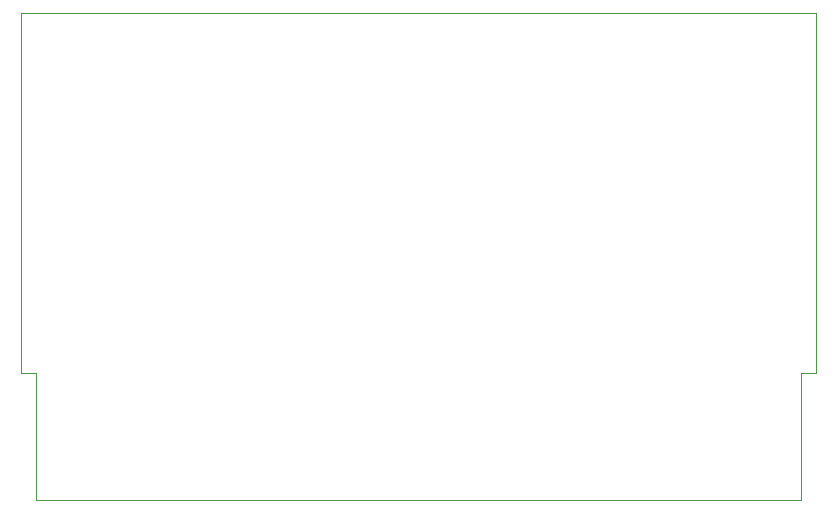
<source format=gbr>
%TF.GenerationSoftware,KiCad,Pcbnew,(6.0.6-0)*%
%TF.CreationDate,2022-10-10T02:33:12+09:00*%
%TF.ProjectId,A2E_Test,4132455f-5465-4737-942e-6b696361645f,rev?*%
%TF.SameCoordinates,Original*%
%TF.FileFunction,Profile,NP*%
%FSLAX46Y46*%
G04 Gerber Fmt 4.6, Leading zero omitted, Abs format (unit mm)*
G04 Created by KiCad (PCBNEW (6.0.6-0)) date 2022-10-10 02:33:12*
%MOMM*%
%LPD*%
G01*
G04 APERTURE LIST*
%TA.AperFunction,Profile*%
%ADD10C,0.100000*%
%TD*%
G04 APERTURE END LIST*
D10*
X161925000Y-158115000D02*
X161925000Y-168910000D01*
X163195000Y-158115000D02*
X161925000Y-158115000D01*
X163195000Y-127635000D02*
X163195000Y-158115000D01*
X95885000Y-127635000D02*
X163195000Y-127635000D01*
X95885000Y-158115000D02*
X95885000Y-127635000D01*
X97155000Y-158115000D02*
X95885000Y-158115000D01*
X97155000Y-168910000D02*
X97155000Y-158115000D01*
X161925000Y-168910000D02*
X97155000Y-168910000D01*
M02*

</source>
